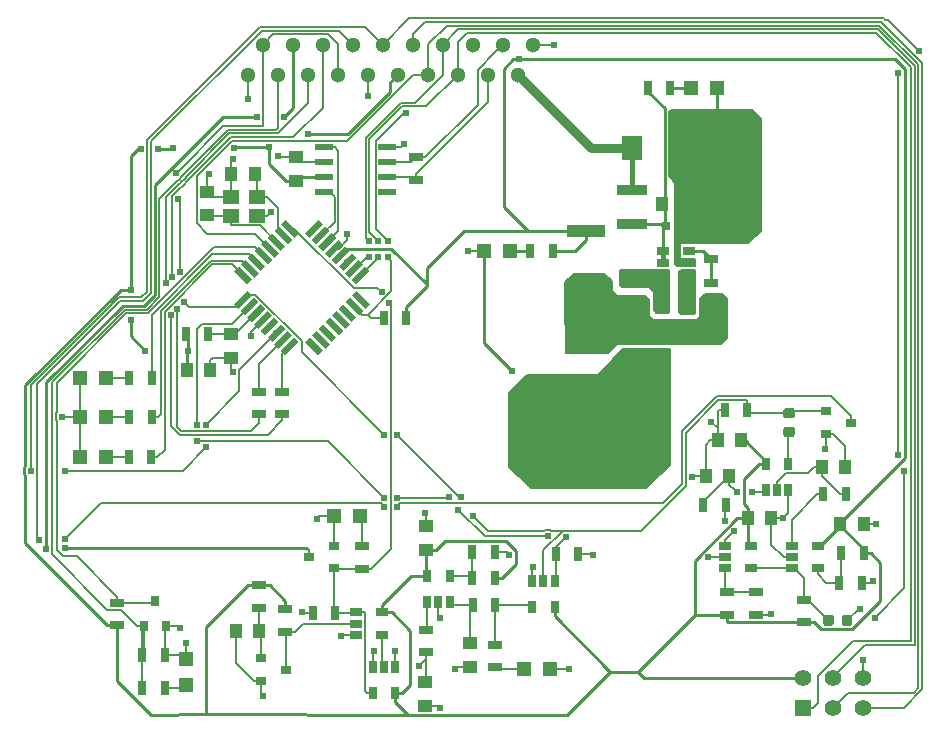
<source format=gtl>
G04 #@! TF.GenerationSoftware,KiCad,Pcbnew,(5.1.4-0-10_14)*
G04 #@! TF.CreationDate,2020-01-14T22:42:26-05:00*
G04 #@! TF.ProjectId,Brakelight_Shutdown_BSPD,4272616b-656c-4696-9768-745f53687574,rev?*
G04 #@! TF.SameCoordinates,Original*
G04 #@! TF.FileFunction,Copper,L1,Top*
G04 #@! TF.FilePolarity,Positive*
%FSLAX46Y46*%
G04 Gerber Fmt 4.6, Leading zero omitted, Abs format (unit mm)*
G04 Created by KiCad (PCBNEW (5.1.4-0-10_14)) date 2020-01-14 22:42:26*
%MOMM*%
%LPD*%
G04 APERTURE LIST*
%ADD10R,0.700000X1.300000*%
%ADD11R,1.200000X1.200000*%
%ADD12R,1.300000X0.700000*%
%ADD13R,1.550000X0.600000*%
%ADD14R,1.250000X1.000000*%
%ADD15C,0.550000*%
%ADD16C,0.100000*%
%ADD17R,1.000000X1.250000*%
%ADD18R,1.400000X1.200000*%
%ADD19R,1.400000X1.400000*%
%ADD20C,1.400000*%
%ADD21R,0.800000X0.750000*%
%ADD22R,1.060000X0.650000*%
%ADD23R,3.500000X1.780000*%
%ADD24R,2.000000X1.200000*%
%ADD25R,1.600000X1.000000*%
%ADD26R,3.200000X1.000000*%
%ADD27R,1.778000X2.159000*%
%ADD28R,2.500000X0.900000*%
%ADD29R,0.800000X0.900000*%
%ADD30R,0.650000X1.060000*%
%ADD31R,0.900000X0.800000*%
%ADD32C,1.300000*%
%ADD33C,0.875000*%
%ADD34C,0.609600*%
%ADD35C,0.800000*%
%ADD36C,0.152400*%
%ADD37C,0.254000*%
%ADD38C,0.381000*%
%ADD39C,0.250000*%
%ADD40C,0.800000*%
G04 APERTURE END LIST*
D10*
X126052500Y-77863900D03*
X127952500Y-77863900D03*
X128003300Y-74505000D03*
X126103300Y-74505000D03*
D11*
X121940100Y-71191500D03*
X124140100Y-71191500D03*
D10*
X126090600Y-71191500D03*
X127990600Y-71191500D03*
D11*
X121902000Y-77863900D03*
X124102000Y-77863900D03*
X124152800Y-74505000D03*
X121952800Y-74505000D03*
D12*
X150368000Y-54356000D03*
X150368000Y-52456000D03*
D13*
X142550784Y-51596916D03*
X142550784Y-52866916D03*
X142550784Y-54136916D03*
X142550784Y-55406916D03*
X147950784Y-55406916D03*
X147950784Y-54136916D03*
X147950784Y-52866916D03*
X147950784Y-51596916D03*
D14*
X140222000Y-54454000D03*
X140222000Y-52454000D03*
D15*
X145701103Y-62474695D03*
D16*
G36*
X146072334Y-61714555D02*
G01*
X146461243Y-62103464D01*
X145329872Y-63234835D01*
X144940963Y-62845926D01*
X146072334Y-61714555D01*
X146072334Y-61714555D01*
G37*
D15*
X145135417Y-61909010D03*
D16*
G36*
X145506648Y-61148870D02*
G01*
X145895557Y-61537779D01*
X144764186Y-62669150D01*
X144375277Y-62280241D01*
X145506648Y-61148870D01*
X145506648Y-61148870D01*
G37*
D15*
X144569732Y-61343324D03*
D16*
G36*
X144940963Y-60583184D02*
G01*
X145329872Y-60972093D01*
X144198501Y-62103464D01*
X143809592Y-61714555D01*
X144940963Y-60583184D01*
X144940963Y-60583184D01*
G37*
D15*
X144004047Y-60777639D03*
D16*
G36*
X144375278Y-60017499D02*
G01*
X144764187Y-60406408D01*
X143632816Y-61537779D01*
X143243907Y-61148870D01*
X144375278Y-60017499D01*
X144375278Y-60017499D01*
G37*
D15*
X143438361Y-60211953D03*
D16*
G36*
X143809592Y-59451813D02*
G01*
X144198501Y-59840722D01*
X143067130Y-60972093D01*
X142678221Y-60583184D01*
X143809592Y-59451813D01*
X143809592Y-59451813D01*
G37*
D15*
X142872676Y-59646268D03*
D16*
G36*
X143243907Y-58886128D02*
G01*
X143632816Y-59275037D01*
X142501445Y-60406408D01*
X142112536Y-60017499D01*
X143243907Y-58886128D01*
X143243907Y-58886128D01*
G37*
D15*
X142306990Y-59080583D03*
D16*
G36*
X142678221Y-58320443D02*
G01*
X143067130Y-58709352D01*
X141935759Y-59840723D01*
X141546850Y-59451814D01*
X142678221Y-58320443D01*
X142678221Y-58320443D01*
G37*
D15*
X141741305Y-58514897D03*
D16*
G36*
X142112536Y-57754757D02*
G01*
X142501445Y-58143666D01*
X141370074Y-59275037D01*
X140981165Y-58886128D01*
X142112536Y-57754757D01*
X142112536Y-57754757D01*
G37*
D15*
X139690695Y-58514897D03*
D16*
G36*
X138930555Y-58143666D02*
G01*
X139319464Y-57754757D01*
X140450835Y-58886128D01*
X140061926Y-59275037D01*
X138930555Y-58143666D01*
X138930555Y-58143666D01*
G37*
D15*
X139125010Y-59080583D03*
D16*
G36*
X138364870Y-58709352D02*
G01*
X138753779Y-58320443D01*
X139885150Y-59451814D01*
X139496241Y-59840723D01*
X138364870Y-58709352D01*
X138364870Y-58709352D01*
G37*
D15*
X138559324Y-59646268D03*
D16*
G36*
X137799184Y-59275037D02*
G01*
X138188093Y-58886128D01*
X139319464Y-60017499D01*
X138930555Y-60406408D01*
X137799184Y-59275037D01*
X137799184Y-59275037D01*
G37*
D15*
X137993639Y-60211953D03*
D16*
G36*
X137233499Y-59840722D02*
G01*
X137622408Y-59451813D01*
X138753779Y-60583184D01*
X138364870Y-60972093D01*
X137233499Y-59840722D01*
X137233499Y-59840722D01*
G37*
D15*
X137427953Y-60777639D03*
D16*
G36*
X136667813Y-60406408D02*
G01*
X137056722Y-60017499D01*
X138188093Y-61148870D01*
X137799184Y-61537779D01*
X136667813Y-60406408D01*
X136667813Y-60406408D01*
G37*
D15*
X136862268Y-61343324D03*
D16*
G36*
X136102128Y-60972093D02*
G01*
X136491037Y-60583184D01*
X137622408Y-61714555D01*
X137233499Y-62103464D01*
X136102128Y-60972093D01*
X136102128Y-60972093D01*
G37*
D15*
X136296583Y-61909010D03*
D16*
G36*
X135536443Y-61537779D02*
G01*
X135925352Y-61148870D01*
X137056723Y-62280241D01*
X136667814Y-62669150D01*
X135536443Y-61537779D01*
X135536443Y-61537779D01*
G37*
D15*
X135730897Y-62474695D03*
D16*
G36*
X134970757Y-62103464D02*
G01*
X135359666Y-61714555D01*
X136491037Y-62845926D01*
X136102128Y-63234835D01*
X134970757Y-62103464D01*
X134970757Y-62103464D01*
G37*
D15*
X135730897Y-64525305D03*
D16*
G36*
X136102128Y-63765165D02*
G01*
X136491037Y-64154074D01*
X135359666Y-65285445D01*
X134970757Y-64896536D01*
X136102128Y-63765165D01*
X136102128Y-63765165D01*
G37*
D15*
X136296583Y-65090990D03*
D16*
G36*
X136667814Y-64330850D02*
G01*
X137056723Y-64719759D01*
X135925352Y-65851130D01*
X135536443Y-65462221D01*
X136667814Y-64330850D01*
X136667814Y-64330850D01*
G37*
D15*
X136862268Y-65656676D03*
D16*
G36*
X137233499Y-64896536D02*
G01*
X137622408Y-65285445D01*
X136491037Y-66416816D01*
X136102128Y-66027907D01*
X137233499Y-64896536D01*
X137233499Y-64896536D01*
G37*
D15*
X137427953Y-66222361D03*
D16*
G36*
X137799184Y-65462221D02*
G01*
X138188093Y-65851130D01*
X137056722Y-66982501D01*
X136667813Y-66593592D01*
X137799184Y-65462221D01*
X137799184Y-65462221D01*
G37*
D15*
X137993639Y-66788047D03*
D16*
G36*
X138364870Y-66027907D02*
G01*
X138753779Y-66416816D01*
X137622408Y-67548187D01*
X137233499Y-67159278D01*
X138364870Y-66027907D01*
X138364870Y-66027907D01*
G37*
D15*
X138559324Y-67353732D03*
D16*
G36*
X138930555Y-66593592D02*
G01*
X139319464Y-66982501D01*
X138188093Y-68113872D01*
X137799184Y-67724963D01*
X138930555Y-66593592D01*
X138930555Y-66593592D01*
G37*
D15*
X139125010Y-67919417D03*
D16*
G36*
X139496241Y-67159277D02*
G01*
X139885150Y-67548186D01*
X138753779Y-68679557D01*
X138364870Y-68290648D01*
X139496241Y-67159277D01*
X139496241Y-67159277D01*
G37*
D15*
X139690695Y-68485103D03*
D16*
G36*
X140061926Y-67724963D02*
G01*
X140450835Y-68113872D01*
X139319464Y-69245243D01*
X138930555Y-68856334D01*
X140061926Y-67724963D01*
X140061926Y-67724963D01*
G37*
D15*
X141741305Y-68485103D03*
D16*
G36*
X140981165Y-68113872D02*
G01*
X141370074Y-67724963D01*
X142501445Y-68856334D01*
X142112536Y-69245243D01*
X140981165Y-68113872D01*
X140981165Y-68113872D01*
G37*
D15*
X142306990Y-67919417D03*
D16*
G36*
X141546850Y-67548186D02*
G01*
X141935759Y-67159277D01*
X143067130Y-68290648D01*
X142678221Y-68679557D01*
X141546850Y-67548186D01*
X141546850Y-67548186D01*
G37*
D15*
X142872676Y-67353732D03*
D16*
G36*
X142112536Y-66982501D02*
G01*
X142501445Y-66593592D01*
X143632816Y-67724963D01*
X143243907Y-68113872D01*
X142112536Y-66982501D01*
X142112536Y-66982501D01*
G37*
D15*
X143438361Y-66788047D03*
D16*
G36*
X142678221Y-66416816D02*
G01*
X143067130Y-66027907D01*
X144198501Y-67159278D01*
X143809592Y-67548187D01*
X142678221Y-66416816D01*
X142678221Y-66416816D01*
G37*
D15*
X144004047Y-66222361D03*
D16*
G36*
X143243907Y-65851130D02*
G01*
X143632816Y-65462221D01*
X144764187Y-66593592D01*
X144375278Y-66982501D01*
X143243907Y-65851130D01*
X143243907Y-65851130D01*
G37*
D15*
X144569732Y-65656676D03*
D16*
G36*
X143809592Y-65285445D02*
G01*
X144198501Y-64896536D01*
X145329872Y-66027907D01*
X144940963Y-66416816D01*
X143809592Y-65285445D01*
X143809592Y-65285445D01*
G37*
D15*
X145135417Y-65090990D03*
D16*
G36*
X144375277Y-64719759D02*
G01*
X144764186Y-64330850D01*
X145895557Y-65462221D01*
X145506648Y-65851130D01*
X144375277Y-64719759D01*
X144375277Y-64719759D01*
G37*
D15*
X145701103Y-64525305D03*
D16*
G36*
X144940963Y-64154074D02*
G01*
X145329872Y-63765165D01*
X146461243Y-64896536D01*
X146072334Y-65285445D01*
X144940963Y-64154074D01*
X144940963Y-64154074D01*
G37*
D14*
X134738000Y-69461000D03*
X134738000Y-67461000D03*
D17*
X130958934Y-70452717D03*
X132958934Y-70452717D03*
D10*
X149540000Y-66040000D03*
X147640000Y-66040000D03*
D14*
X132689600Y-55388000D03*
X132689600Y-57388000D03*
D10*
X132800434Y-67468217D03*
X130900434Y-67468217D03*
D12*
X137040116Y-74234932D03*
X137040116Y-72334932D03*
D18*
X134675143Y-57420161D03*
X136875143Y-57420161D03*
X136875143Y-55820161D03*
X134675143Y-55820161D03*
D17*
X136740343Y-53851561D03*
X134740343Y-53851561D03*
D12*
X139060674Y-72327860D03*
X139060674Y-74227860D03*
D19*
X183134000Y-99060000D03*
D20*
X183134000Y-96520000D03*
X185674000Y-99060000D03*
X185674000Y-96520000D03*
X188214000Y-99060000D03*
X188214000Y-96520000D03*
D11*
X173650500Y-46614500D03*
X175850500Y-46614500D03*
D17*
X173369500Y-64686300D03*
X171369500Y-64686300D03*
D21*
X171540000Y-58272800D03*
X173040000Y-58272800D03*
D22*
X173484700Y-62342100D03*
X173484700Y-61392100D03*
X173484700Y-60442100D03*
X171284700Y-60442100D03*
X171284700Y-62342100D03*
X171284700Y-61392100D03*
D23*
X164749500Y-67543800D03*
X164749500Y-72823800D03*
D24*
X168683960Y-62591200D03*
X168683960Y-65791200D03*
D25*
X171099500Y-67162800D03*
X171099500Y-70162800D03*
D26*
X164744420Y-64942700D03*
X164744420Y-58742700D03*
D12*
X175371780Y-65008920D03*
X175371780Y-63108920D03*
D10*
X161950500Y-60414500D03*
X160050500Y-60414500D03*
D14*
X168750000Y-67686800D03*
X168750000Y-69686800D03*
D10*
X170000500Y-46614500D03*
X171900500Y-46614500D03*
D11*
X158300500Y-60414500D03*
X156100500Y-60414500D03*
D12*
X175387020Y-59222720D03*
X175387020Y-61122720D03*
D27*
X172687000Y-51668800D03*
X168623000Y-51668800D03*
D17*
X171199320Y-56466860D03*
X173199320Y-56466860D03*
D28*
X168623000Y-55235300D03*
X168623000Y-58135300D03*
D10*
X127180000Y-94633000D03*
X129080000Y-94633000D03*
D29*
X128257000Y-90027000D03*
X129207000Y-92127000D03*
X127307000Y-92127000D03*
D11*
X130924000Y-94930000D03*
X130924000Y-97130000D03*
D10*
X129080000Y-97427000D03*
X127180000Y-97427000D03*
D12*
X125082000Y-90188000D03*
X125082000Y-92088000D03*
X157068500Y-93728500D03*
X157068500Y-95628500D03*
D30*
X148620500Y-97810500D03*
X146720500Y-97810500D03*
X146720500Y-95610500D03*
X147670500Y-95610500D03*
X148620500Y-95610500D03*
D10*
X143540500Y-91059000D03*
X141640500Y-91059000D03*
D11*
X161681500Y-95758000D03*
X159481500Y-95758000D03*
D14*
X151163000Y-96917000D03*
X151163000Y-98917000D03*
D31*
X141350000Y-86296500D03*
X143450000Y-85346500D03*
X143450000Y-87246500D03*
D11*
X145659000Y-82867500D03*
X143459000Y-82867500D03*
D10*
X162214500Y-86042500D03*
X164114500Y-86042500D03*
X155163500Y-90360500D03*
X157063500Y-90360500D03*
X157027900Y-88074500D03*
X155127900Y-88074500D03*
D12*
X151188400Y-94396600D03*
X151188400Y-92496600D03*
X137066000Y-88712000D03*
X137066000Y-90612000D03*
D10*
X155125400Y-85915500D03*
X157025400Y-85915500D03*
D30*
X162107900Y-90546100D03*
X160207900Y-90546100D03*
X160207900Y-88346100D03*
X161157900Y-88346100D03*
X162107900Y-88346100D03*
D31*
X137247900Y-94909600D03*
X137247900Y-96809600D03*
X139347900Y-95859600D03*
D22*
X145321000Y-91000500D03*
X145321000Y-91950500D03*
X145321000Y-92900500D03*
X147521000Y-92900500D03*
X147521000Y-91000500D03*
D14*
X151226500Y-83725000D03*
X151226500Y-85725000D03*
X154973000Y-93615000D03*
X154973000Y-95615000D03*
D17*
X137113500Y-92583000D03*
X135113500Y-92583000D03*
D30*
X151317900Y-87965100D03*
X153217900Y-87965100D03*
X153217900Y-90165100D03*
X152267900Y-90165100D03*
X151317900Y-90165100D03*
D12*
X145765500Y-87312500D03*
X145765500Y-85412500D03*
X139288500Y-90744000D03*
X139288500Y-92644000D03*
D32*
X155194000Y-42934000D03*
X157734000Y-42934000D03*
X160274000Y-42934000D03*
X152654000Y-42934000D03*
X159004000Y-45474000D03*
X156464000Y-45474000D03*
X153924000Y-45474000D03*
X151384000Y-45474000D03*
X150114000Y-42934000D03*
X148844000Y-45474000D03*
X147574000Y-42934000D03*
X146304000Y-45474000D03*
X145034000Y-42934000D03*
X143764000Y-45474000D03*
X142494000Y-42934000D03*
X141224000Y-45474000D03*
X139954000Y-42934000D03*
X138684000Y-45474000D03*
X137414000Y-42934000D03*
X136144000Y-45474000D03*
D10*
X176592000Y-81932000D03*
X174692000Y-81932000D03*
D17*
X175912000Y-76434000D03*
X177912000Y-76434000D03*
X180452000Y-83038000D03*
X178452000Y-83038000D03*
X186310000Y-83546000D03*
X188310000Y-83546000D03*
D16*
G36*
X187109191Y-91200053D02*
G01*
X187130426Y-91203203D01*
X187151250Y-91208419D01*
X187171462Y-91215651D01*
X187190868Y-91224830D01*
X187209281Y-91235866D01*
X187226524Y-91248654D01*
X187242430Y-91263070D01*
X187256846Y-91278976D01*
X187269634Y-91296219D01*
X187280670Y-91314632D01*
X187289849Y-91334038D01*
X187297081Y-91354250D01*
X187302297Y-91375074D01*
X187305447Y-91396309D01*
X187306500Y-91417750D01*
X187306500Y-91930250D01*
X187305447Y-91951691D01*
X187302297Y-91972926D01*
X187297081Y-91993750D01*
X187289849Y-92013962D01*
X187280670Y-92033368D01*
X187269634Y-92051781D01*
X187256846Y-92069024D01*
X187242430Y-92084930D01*
X187226524Y-92099346D01*
X187209281Y-92112134D01*
X187190868Y-92123170D01*
X187171462Y-92132349D01*
X187151250Y-92139581D01*
X187130426Y-92144797D01*
X187109191Y-92147947D01*
X187087750Y-92149000D01*
X186650250Y-92149000D01*
X186628809Y-92147947D01*
X186607574Y-92144797D01*
X186586750Y-92139581D01*
X186566538Y-92132349D01*
X186547132Y-92123170D01*
X186528719Y-92112134D01*
X186511476Y-92099346D01*
X186495570Y-92084930D01*
X186481154Y-92069024D01*
X186468366Y-92051781D01*
X186457330Y-92033368D01*
X186448151Y-92013962D01*
X186440919Y-91993750D01*
X186435703Y-91972926D01*
X186432553Y-91951691D01*
X186431500Y-91930250D01*
X186431500Y-91417750D01*
X186432553Y-91396309D01*
X186435703Y-91375074D01*
X186440919Y-91354250D01*
X186448151Y-91334038D01*
X186457330Y-91314632D01*
X186468366Y-91296219D01*
X186481154Y-91278976D01*
X186495570Y-91263070D01*
X186511476Y-91248654D01*
X186528719Y-91235866D01*
X186547132Y-91224830D01*
X186566538Y-91215651D01*
X186586750Y-91208419D01*
X186607574Y-91203203D01*
X186628809Y-91200053D01*
X186650250Y-91199000D01*
X187087750Y-91199000D01*
X187109191Y-91200053D01*
X187109191Y-91200053D01*
G37*
D33*
X186869000Y-91674000D03*
D16*
G36*
X185534191Y-91200053D02*
G01*
X185555426Y-91203203D01*
X185576250Y-91208419D01*
X185596462Y-91215651D01*
X185615868Y-91224830D01*
X185634281Y-91235866D01*
X185651524Y-91248654D01*
X185667430Y-91263070D01*
X185681846Y-91278976D01*
X185694634Y-91296219D01*
X185705670Y-91314632D01*
X185714849Y-91334038D01*
X185722081Y-91354250D01*
X185727297Y-91375074D01*
X185730447Y-91396309D01*
X185731500Y-91417750D01*
X185731500Y-91930250D01*
X185730447Y-91951691D01*
X185727297Y-91972926D01*
X185722081Y-91993750D01*
X185714849Y-92013962D01*
X185705670Y-92033368D01*
X185694634Y-92051781D01*
X185681846Y-92069024D01*
X185667430Y-92084930D01*
X185651524Y-92099346D01*
X185634281Y-92112134D01*
X185615868Y-92123170D01*
X185596462Y-92132349D01*
X185576250Y-92139581D01*
X185555426Y-92144797D01*
X185534191Y-92147947D01*
X185512750Y-92149000D01*
X185075250Y-92149000D01*
X185053809Y-92147947D01*
X185032574Y-92144797D01*
X185011750Y-92139581D01*
X184991538Y-92132349D01*
X184972132Y-92123170D01*
X184953719Y-92112134D01*
X184936476Y-92099346D01*
X184920570Y-92084930D01*
X184906154Y-92069024D01*
X184893366Y-92051781D01*
X184882330Y-92033368D01*
X184873151Y-92013962D01*
X184865919Y-91993750D01*
X184860703Y-91972926D01*
X184857553Y-91951691D01*
X184856500Y-91930250D01*
X184856500Y-91417750D01*
X184857553Y-91396309D01*
X184860703Y-91375074D01*
X184865919Y-91354250D01*
X184873151Y-91334038D01*
X184882330Y-91314632D01*
X184893366Y-91296219D01*
X184906154Y-91278976D01*
X184920570Y-91263070D01*
X184936476Y-91248654D01*
X184953719Y-91235866D01*
X184972132Y-91224830D01*
X184991538Y-91215651D01*
X185011750Y-91208419D01*
X185032574Y-91203203D01*
X185053809Y-91200053D01*
X185075250Y-91199000D01*
X185512750Y-91199000D01*
X185534191Y-91200053D01*
X185534191Y-91200053D01*
G37*
D33*
X185294000Y-91674000D03*
D22*
X176574000Y-85390000D03*
X176574000Y-86340000D03*
X176574000Y-87290000D03*
X178774000Y-87290000D03*
X178774000Y-85390000D03*
D17*
X174896000Y-79432000D03*
X176896000Y-79432000D03*
D10*
X188117400Y-88491300D03*
X186217400Y-88491300D03*
D22*
X182193900Y-85390000D03*
X182193900Y-86340000D03*
X182193900Y-87290000D03*
X184393900Y-87290000D03*
X184393900Y-85390000D03*
D17*
X186710000Y-78670000D03*
X184710000Y-78670000D03*
D10*
X188276000Y-86014800D03*
X186376000Y-86014800D03*
D16*
G36*
X182233691Y-73708053D02*
G01*
X182254926Y-73711203D01*
X182275750Y-73716419D01*
X182295962Y-73723651D01*
X182315368Y-73732830D01*
X182333781Y-73743866D01*
X182351024Y-73756654D01*
X182366930Y-73771070D01*
X182381346Y-73786976D01*
X182394134Y-73804219D01*
X182405170Y-73822632D01*
X182414349Y-73842038D01*
X182421581Y-73862250D01*
X182426797Y-73883074D01*
X182429947Y-73904309D01*
X182431000Y-73925750D01*
X182431000Y-74363250D01*
X182429947Y-74384691D01*
X182426797Y-74405926D01*
X182421581Y-74426750D01*
X182414349Y-74446962D01*
X182405170Y-74466368D01*
X182394134Y-74484781D01*
X182381346Y-74502024D01*
X182366930Y-74517930D01*
X182351024Y-74532346D01*
X182333781Y-74545134D01*
X182315368Y-74556170D01*
X182295962Y-74565349D01*
X182275750Y-74572581D01*
X182254926Y-74577797D01*
X182233691Y-74580947D01*
X182212250Y-74582000D01*
X181699750Y-74582000D01*
X181678309Y-74580947D01*
X181657074Y-74577797D01*
X181636250Y-74572581D01*
X181616038Y-74565349D01*
X181596632Y-74556170D01*
X181578219Y-74545134D01*
X181560976Y-74532346D01*
X181545070Y-74517930D01*
X181530654Y-74502024D01*
X181517866Y-74484781D01*
X181506830Y-74466368D01*
X181497651Y-74446962D01*
X181490419Y-74426750D01*
X181485203Y-74405926D01*
X181482053Y-74384691D01*
X181481000Y-74363250D01*
X181481000Y-73925750D01*
X181482053Y-73904309D01*
X181485203Y-73883074D01*
X181490419Y-73862250D01*
X181497651Y-73842038D01*
X181506830Y-73822632D01*
X181517866Y-73804219D01*
X181530654Y-73786976D01*
X181545070Y-73771070D01*
X181560976Y-73756654D01*
X181578219Y-73743866D01*
X181596632Y-73732830D01*
X181616038Y-73723651D01*
X181636250Y-73716419D01*
X181657074Y-73711203D01*
X181678309Y-73708053D01*
X181699750Y-73707000D01*
X182212250Y-73707000D01*
X182233691Y-73708053D01*
X182233691Y-73708053D01*
G37*
D33*
X181956000Y-74144500D03*
D16*
G36*
X182233691Y-75283053D02*
G01*
X182254926Y-75286203D01*
X182275750Y-75291419D01*
X182295962Y-75298651D01*
X182315368Y-75307830D01*
X182333781Y-75318866D01*
X182351024Y-75331654D01*
X182366930Y-75346070D01*
X182381346Y-75361976D01*
X182394134Y-75379219D01*
X182405170Y-75397632D01*
X182414349Y-75417038D01*
X182421581Y-75437250D01*
X182426797Y-75458074D01*
X182429947Y-75479309D01*
X182431000Y-75500750D01*
X182431000Y-75938250D01*
X182429947Y-75959691D01*
X182426797Y-75980926D01*
X182421581Y-76001750D01*
X182414349Y-76021962D01*
X182405170Y-76041368D01*
X182394134Y-76059781D01*
X182381346Y-76077024D01*
X182366930Y-76092930D01*
X182351024Y-76107346D01*
X182333781Y-76120134D01*
X182315368Y-76131170D01*
X182295962Y-76140349D01*
X182275750Y-76147581D01*
X182254926Y-76152797D01*
X182233691Y-76155947D01*
X182212250Y-76157000D01*
X181699750Y-76157000D01*
X181678309Y-76155947D01*
X181657074Y-76152797D01*
X181636250Y-76147581D01*
X181616038Y-76140349D01*
X181596632Y-76131170D01*
X181578219Y-76120134D01*
X181560976Y-76107346D01*
X181545070Y-76092930D01*
X181530654Y-76077024D01*
X181517866Y-76059781D01*
X181506830Y-76041368D01*
X181497651Y-76021962D01*
X181490419Y-76001750D01*
X181485203Y-75980926D01*
X181482053Y-75959691D01*
X181481000Y-75938250D01*
X181481000Y-75500750D01*
X181482053Y-75479309D01*
X181485203Y-75458074D01*
X181490419Y-75437250D01*
X181497651Y-75417038D01*
X181506830Y-75397632D01*
X181517866Y-75379219D01*
X181530654Y-75361976D01*
X181545070Y-75346070D01*
X181560976Y-75331654D01*
X181578219Y-75318866D01*
X181596632Y-75307830D01*
X181616038Y-75298651D01*
X181636250Y-75291419D01*
X181657074Y-75286203D01*
X181678309Y-75283053D01*
X181699750Y-75282000D01*
X182212250Y-75282000D01*
X182233691Y-75283053D01*
X182233691Y-75283053D01*
G37*
D33*
X181956000Y-75719500D03*
D31*
X185106000Y-73982000D03*
X185106000Y-75882000D03*
X187206000Y-74932000D03*
D12*
X176661800Y-89297600D03*
X176661800Y-91197600D03*
D30*
X180006000Y-78450500D03*
X181906000Y-78450500D03*
X181906000Y-80650500D03*
X180956000Y-80650500D03*
X180006000Y-80650500D03*
D10*
X176506000Y-73894000D03*
X178406000Y-73894000D03*
D12*
X183206000Y-89962000D03*
X183206000Y-91862000D03*
D10*
X184852000Y-81006000D03*
X186752000Y-81006000D03*
D12*
X179138300Y-89300100D03*
X179138300Y-91200100D03*
D34*
X180468000Y-91166000D03*
X181484000Y-83038000D03*
X189358000Y-83546000D03*
X189104000Y-88372000D03*
X185040000Y-77196000D03*
X175134000Y-86340000D03*
X175388000Y-74910000D03*
X130358000Y-92296000D03*
X130866000Y-93566000D03*
D35*
X165950920Y-77734280D03*
X173441380Y-49390420D03*
X178145460Y-58420120D03*
X178120060Y-52621300D03*
D34*
X158526500Y-70604500D03*
D35*
X159760940Y-74869160D03*
X178120060Y-49466620D03*
D34*
X154780000Y-60381000D03*
D35*
X163215340Y-77734280D03*
X178158160Y-55590560D03*
X161114760Y-77734280D03*
X169285940Y-77698720D03*
X176321740Y-49403120D03*
D34*
X162052000Y-42934000D03*
X146304000Y-47244000D03*
X134874000Y-70612000D03*
X149352000Y-51308000D03*
X138684000Y-52324000D03*
X144526000Y-58928000D03*
X120396000Y-74422000D03*
X136144000Y-47498000D03*
X132842000Y-53848000D03*
X136398000Y-67564000D03*
X160274000Y-87122000D03*
X158242000Y-86106000D03*
X165354000Y-86106000D03*
X163322000Y-95758000D03*
X141986000Y-83058000D03*
X151130000Y-82550000D03*
X152400000Y-91440000D03*
X153670000Y-95758000D03*
X146812000Y-94234000D03*
X144018000Y-92964000D03*
X140716000Y-90932000D03*
X137414000Y-98044000D03*
X134874000Y-52578000D03*
X173736000Y-79502000D03*
X152400000Y-99060000D03*
X188200000Y-95000000D03*
X138112500Y-57086500D03*
X126238000Y-63678506D03*
X126238000Y-66218544D03*
X127457200Y-68834000D03*
X131064000Y-68834000D03*
X141224000Y-50534915D03*
X137922000Y-51601715D03*
X134963597Y-51691312D03*
X129794000Y-51689000D03*
X128524000Y-51752500D03*
X127063470Y-51752500D03*
X159054800Y-44145200D03*
X147167600Y-60909200D03*
X147167600Y-59587391D03*
X150622000Y-95504000D03*
X148590000Y-94234000D03*
X146406035Y-60883108D03*
X146405600Y-59594979D03*
X147980400Y-60909200D03*
X147980406Y-59588400D03*
X149525971Y-48691810D03*
X150114000Y-42934000D03*
X178816000Y-80772000D03*
X177546000Y-80772000D03*
X130729237Y-64689237D03*
X130358029Y-62196962D03*
X130235046Y-56027921D03*
X147685201Y-75946000D03*
X148752001Y-75946000D03*
X154178000Y-81203801D03*
X153924000Y-82296000D03*
X161526588Y-84564588D03*
X163068000Y-84607400D03*
X130044895Y-53844895D03*
X189230000Y-91440000D03*
X187960000Y-90678000D03*
X132588003Y-75107790D03*
X132588000Y-77012800D03*
X191700000Y-79000000D03*
X191200000Y-77700000D03*
X191200000Y-45300000D03*
X117767090Y-78994000D03*
X120675410Y-78994006D03*
X192989200Y-43484800D03*
X131826000Y-75107790D03*
X131826000Y-76479400D03*
X147685201Y-81280000D03*
X148752001Y-81280000D03*
X153162000Y-81203801D03*
X155194000Y-82804000D03*
X147685201Y-82042000D03*
X148752001Y-82042000D03*
X118440179Y-84836000D03*
X120675410Y-84779851D03*
X130139832Y-65278643D03*
X129701646Y-62584012D03*
X139217400Y-49022000D03*
X136880600Y-49022000D03*
X119024389Y-85598000D03*
X120675410Y-85541862D03*
X177326783Y-84108783D03*
X176500599Y-83282599D03*
X148082000Y-64770000D03*
X147450829Y-63884829D03*
X129616210Y-65832237D03*
X129162829Y-63122829D03*
D36*
X179138300Y-91200100D02*
X180433900Y-91200100D01*
X180433900Y-91200100D02*
X180468000Y-91166000D01*
X180452000Y-83038000D02*
X181484000Y-83038000D01*
X188310000Y-83546000D02*
X189358000Y-83546000D01*
X188117400Y-88491300D02*
X188984700Y-88491300D01*
X188984700Y-88491300D02*
X189104000Y-88372000D01*
X181906000Y-82616000D02*
X181484000Y-83038000D01*
X181906000Y-80650500D02*
X181906000Y-82616000D01*
X180452000Y-83815400D02*
X180452000Y-83038000D01*
X181511500Y-86340000D02*
X180452000Y-85280500D01*
X180452000Y-85280500D02*
X180452000Y-83815400D01*
X182193900Y-86340000D02*
X181511500Y-86340000D01*
X186710000Y-77892600D02*
X186710000Y-78670000D01*
X186710000Y-76883600D02*
X186710000Y-77892600D01*
X185708400Y-75882000D02*
X186710000Y-76883600D01*
X185106000Y-75882000D02*
X185708400Y-75882000D01*
X185106000Y-75882000D02*
X185106000Y-77130000D01*
X185106000Y-77130000D02*
X185040000Y-77196000D01*
X176574000Y-86340000D02*
X175134000Y-86340000D01*
X175259600Y-76434000D02*
X175912000Y-76434000D01*
X174896000Y-76797600D02*
X175259600Y-76434000D01*
X174896000Y-79432000D02*
X174896000Y-76797600D01*
X176003600Y-73894000D02*
X176506000Y-73894000D01*
X175912000Y-73985600D02*
X176003600Y-73894000D01*
X175912000Y-76434000D02*
X175912000Y-73985600D01*
X175912000Y-76434000D02*
X175912000Y-75434000D01*
X175912000Y-75434000D02*
X175388000Y-74910000D01*
X130627000Y-94633000D02*
X130924000Y-94930000D01*
X129080000Y-94633000D02*
X130627000Y-94633000D01*
X129080000Y-92254000D02*
X129207000Y-92127000D01*
X129080000Y-94633000D02*
X129080000Y-92254000D01*
X129207000Y-92127000D02*
X130189000Y-92127000D01*
X130189000Y-92127000D02*
X130358000Y-92296000D01*
X130924000Y-94930000D02*
X130924000Y-93624000D01*
X130924000Y-93624000D02*
X130866000Y-93566000D01*
X156337500Y-60414500D02*
X156304000Y-60381000D01*
D37*
X169226000Y-70162800D02*
X168750000Y-69686800D01*
D38*
X173441380Y-50914420D02*
X172687000Y-51668800D01*
D37*
X175387020Y-59222720D02*
X174114920Y-59222720D01*
X172986820Y-56466860D02*
X172986820Y-57969620D01*
X174114920Y-59222720D02*
X173290000Y-58397800D01*
X177342860Y-59222720D02*
X178145460Y-58420120D01*
D36*
X172687000Y-51478300D02*
X172687000Y-51668800D01*
D37*
X165488000Y-72823800D02*
X164749500Y-72823800D01*
X172675299Y-61366699D02*
X172700700Y-61392100D01*
X175387020Y-59222720D02*
X177342860Y-59222720D01*
X168750000Y-69686800D02*
X168625000Y-69686800D01*
X172687000Y-51668800D02*
X172687000Y-50144800D01*
X168625000Y-69686800D02*
X165488000Y-72823800D01*
D39*
X161114760Y-77734280D02*
X161013160Y-77835880D01*
D37*
X172986820Y-57969620D02*
X173290000Y-58272800D01*
X172687000Y-50144800D02*
X173441380Y-49390420D01*
X172675299Y-59766501D02*
X172675299Y-61366699D01*
X173290000Y-59151800D02*
X172675299Y-59766501D01*
X156100500Y-60414500D02*
X156100500Y-63083860D01*
X156100500Y-68178500D02*
X158526500Y-70604500D01*
D36*
X156100500Y-60414500D02*
X154813500Y-60414500D01*
D37*
X156100500Y-63083860D02*
X156100500Y-68178500D01*
X173290000Y-58397800D02*
X173290000Y-58272800D01*
X164749500Y-72823800D02*
X164749500Y-76532860D01*
X173290000Y-58272800D02*
X173290000Y-59151800D01*
X164749500Y-76532860D02*
X165950920Y-77734280D01*
D38*
X176385240Y-49466620D02*
X176321740Y-49403120D01*
D37*
X172700700Y-61392100D02*
X173484700Y-61392100D01*
X175850500Y-48931880D02*
X176321740Y-49403120D01*
X171099500Y-70162800D02*
X169226000Y-70162800D01*
X175850500Y-46614500D02*
X175850500Y-48931880D01*
D38*
X178158160Y-52659400D02*
X178120060Y-52621300D01*
D36*
X160274000Y-42934000D02*
X162052000Y-42934000D01*
X146304000Y-45474000D02*
X146304000Y-47244000D01*
X134775143Y-55820161D02*
X134675143Y-55820161D01*
X136875143Y-57420161D02*
X136375143Y-57420161D01*
X133121761Y-55820161D02*
X132689600Y-55388000D01*
X134675143Y-55820161D02*
X133121761Y-55820161D01*
X134675143Y-53916761D02*
X134740343Y-53851561D01*
X134675143Y-55820161D02*
X134675143Y-53916761D01*
X133173251Y-69461000D02*
X133960600Y-69461000D01*
X132958934Y-69675317D02*
X133173251Y-69461000D01*
X133960600Y-69461000D02*
X134738000Y-69461000D01*
X132958934Y-70452717D02*
X132958934Y-69675317D01*
X134738000Y-69461000D02*
X134738000Y-70476000D01*
X134738000Y-70476000D02*
X134874000Y-70612000D01*
X140634916Y-52866916D02*
X140222000Y-52454000D01*
X147950784Y-51596916D02*
X149063084Y-51596916D01*
X140222000Y-52454000D02*
X138814000Y-52454000D01*
X142550784Y-52866916D02*
X140634916Y-52866916D01*
X149063084Y-51596916D02*
X149352000Y-51308000D01*
X138814000Y-52454000D02*
X138684000Y-52324000D01*
X143438361Y-60211953D02*
X143827270Y-60211953D01*
X144526000Y-59513223D02*
X144526000Y-58928000D01*
X143827270Y-60211953D02*
X144526000Y-59513223D01*
X121902000Y-74555800D02*
X121952800Y-74505000D01*
X121902000Y-77863900D02*
X121902000Y-74555800D01*
X121952800Y-71204200D02*
X121940100Y-71191500D01*
X121952800Y-74505000D02*
X121952800Y-71204200D01*
X121952800Y-74505000D02*
X120479000Y-74505000D01*
X136144000Y-45474000D02*
X136144000Y-47498000D01*
X132689600Y-55388000D02*
X132689600Y-54000400D01*
X132689600Y-54000400D02*
X132842000Y-53848000D01*
X160207900Y-88346100D02*
X160207900Y-87188100D01*
X160207900Y-87188100D02*
X160274000Y-87122000D01*
X157025400Y-85915500D02*
X158051500Y-85915500D01*
X158051500Y-85915500D02*
X158242000Y-86106000D01*
X164114500Y-86042500D02*
X165290500Y-86042500D01*
X165290500Y-86042500D02*
X165354000Y-86106000D01*
X161681500Y-95758000D02*
X163322000Y-95758000D01*
X143459000Y-85337500D02*
X143450000Y-85346500D01*
X143459000Y-82867500D02*
X143459000Y-85337500D01*
X143459000Y-82867500D02*
X142176500Y-82867500D01*
X142176500Y-82867500D02*
X141986000Y-83058000D01*
X151226500Y-83725000D02*
X151226500Y-82646500D01*
X151226500Y-82646500D02*
X151130000Y-82550000D01*
X152267900Y-90165100D02*
X152267900Y-91307900D01*
X152267900Y-91307900D02*
X152400000Y-91440000D01*
X154973000Y-95615000D02*
X153813000Y-95615000D01*
X153813000Y-95615000D02*
X153670000Y-95758000D01*
X146720500Y-95610500D02*
X146720500Y-94325500D01*
X146720500Y-94325500D02*
X146812000Y-94234000D01*
X145321000Y-92900500D02*
X144081500Y-92900500D01*
X144081500Y-92900500D02*
X144018000Y-92964000D01*
X141640500Y-91059000D02*
X140843000Y-91059000D01*
X140843000Y-91059000D02*
X140716000Y-90932000D01*
X135113500Y-93360400D02*
X135113500Y-92583000D01*
X135113500Y-95277600D02*
X135113500Y-93360400D01*
X136645500Y-96809600D02*
X135113500Y-95277600D01*
X137247900Y-96809600D02*
X136645500Y-96809600D01*
X137247900Y-96809600D02*
X137247900Y-97877900D01*
X137247900Y-97877900D02*
X137414000Y-98044000D01*
X134740343Y-53851561D02*
X134740343Y-52711657D01*
X134740343Y-52711657D02*
X134874000Y-52578000D01*
X174896000Y-79432000D02*
X173806000Y-79432000D01*
X173806000Y-79432000D02*
X173736000Y-79502000D01*
X151163000Y-98917000D02*
X152257000Y-98917000D01*
X152257000Y-98917000D02*
X152400000Y-99060000D01*
X188214000Y-96520000D02*
X188214000Y-95014000D01*
X188214000Y-95014000D02*
X188200000Y-95000000D01*
X136398000Y-67252314D02*
X136398000Y-67564000D01*
X137427953Y-66222361D02*
X136398000Y-67252314D01*
X137778839Y-57420161D02*
X138112500Y-57086500D01*
X136875143Y-57420161D02*
X137778839Y-57420161D01*
D37*
X178194500Y-76434000D02*
X177912000Y-76434000D01*
X180006000Y-78245500D02*
X178194500Y-76434000D01*
X180006000Y-78450500D02*
X180006000Y-78245500D01*
X178452000Y-85068000D02*
X178774000Y-85390000D01*
X178452000Y-83038000D02*
X178452000Y-85068000D01*
X186310000Y-83678900D02*
X186310000Y-83546000D01*
X184598900Y-85390000D02*
X186310000Y-83678900D01*
X184393900Y-85390000D02*
X184598900Y-85390000D01*
X188276000Y-85637000D02*
X188276000Y-86014800D01*
X186310000Y-83671000D02*
X188276000Y-85637000D01*
X186310000Y-83546000D02*
X186310000Y-83671000D01*
X176722200Y-91862000D02*
X176661800Y-91801600D01*
X176661800Y-91801600D02*
X176661800Y-91197600D01*
X183206000Y-91862000D02*
X176722200Y-91862000D01*
X164744420Y-58742700D02*
X164744420Y-59496700D01*
X164744420Y-59496700D02*
X163826620Y-60414500D01*
X163826620Y-60414500D02*
X162554500Y-60414500D01*
X161950500Y-60114500D02*
X161950500Y-60414500D01*
X162554500Y-60414500D02*
X161950500Y-60414500D01*
X130958934Y-67526717D02*
X130900434Y-67468217D01*
X142515868Y-54102000D02*
X142550784Y-54136916D01*
X140539084Y-54136916D02*
X140222000Y-54454000D01*
X142550784Y-54136916D02*
X140539084Y-54136916D01*
X137970000Y-88712000D02*
X137066000Y-88712000D01*
X139288500Y-90030500D02*
X137970000Y-88712000D01*
X139288500Y-90744000D02*
X139288500Y-90030500D01*
X150738900Y-87965100D02*
X151317900Y-87965100D01*
X149977400Y-87965100D02*
X150738900Y-87965100D01*
X147521000Y-90421500D02*
X149977400Y-87965100D01*
X147521000Y-91000500D02*
X147521000Y-90421500D01*
X151226500Y-87873700D02*
X151317900Y-87965100D01*
X151226500Y-85725000D02*
X151226500Y-87873700D01*
X152105500Y-85725000D02*
X151226500Y-85725000D01*
X152844401Y-84986099D02*
X152105500Y-85725000D01*
X157986717Y-84986099D02*
X152844401Y-84986099D01*
X158826201Y-85825583D02*
X157986717Y-84986099D01*
X158826201Y-86880199D02*
X158826201Y-85825583D01*
X157631900Y-88074500D02*
X158826201Y-86880199D01*
X157027900Y-88074500D02*
X157631900Y-88074500D01*
X162107900Y-90546100D02*
X162107900Y-91330100D01*
X162107900Y-91330100D02*
X166801400Y-96023600D01*
X189688201Y-86823001D02*
X188880000Y-86014800D01*
X189688201Y-90034305D02*
X189688201Y-86823001D01*
X184676410Y-92428410D02*
X187294096Y-92428410D01*
X187294096Y-92428410D02*
X189688201Y-90034305D01*
X184110000Y-91862000D02*
X184676410Y-92428410D01*
X188880000Y-86014800D02*
X188276000Y-86014800D01*
X183206000Y-91862000D02*
X184110000Y-91862000D01*
X149540000Y-65136000D02*
X149540000Y-66040000D01*
X164744420Y-58742700D02*
X154409300Y-58742700D01*
X179427000Y-78450500D02*
X180006000Y-78450500D01*
X178130201Y-81837201D02*
X178130201Y-79747299D01*
X178452000Y-82159000D02*
X178130201Y-81837201D01*
X178130201Y-79747299D02*
X179427000Y-78450500D01*
X178452000Y-83038000D02*
X178452000Y-82159000D01*
X177571382Y-83038000D02*
X173990000Y-86619382D01*
X178452000Y-83038000D02*
X177571382Y-83038000D01*
X163128599Y-99696401D02*
X166801400Y-96023600D01*
X149722401Y-99696401D02*
X163128599Y-99696401D01*
X148620500Y-98594500D02*
X149722401Y-99696401D01*
X148620500Y-97810500D02*
X148620500Y-98594500D01*
X125082000Y-96831922D02*
X127946479Y-99696401D01*
X125082000Y-92088000D02*
X125082000Y-96831922D01*
X149199500Y-97810500D02*
X149860000Y-97150000D01*
X148620500Y-97810500D02*
X149199500Y-97810500D01*
X148305000Y-91000500D02*
X147521000Y-91000500D01*
X149860000Y-92555500D02*
X148305000Y-91000500D01*
X149860000Y-97150000D02*
X149860000Y-92555500D01*
X132588000Y-92286000D02*
X132588000Y-99568000D01*
X137066000Y-88712000D02*
X136162000Y-88712000D01*
X136162000Y-88712000D02*
X132588000Y-92286000D01*
X127946479Y-99696401D02*
X132588000Y-99568000D01*
X132588000Y-99568000D02*
X149722401Y-99696401D01*
X151280000Y-63396000D02*
X149540000Y-65136000D01*
X126238000Y-66218544D02*
X126238000Y-67614800D01*
X126238000Y-67614800D02*
X127457200Y-68834000D01*
X130958934Y-68939066D02*
X131064000Y-68834000D01*
X130958934Y-70452717D02*
X130958934Y-68939066D01*
X131064000Y-67631783D02*
X130900434Y-67468217D01*
X131064000Y-68834000D02*
X131064000Y-67631783D01*
X144580507Y-50534915D02*
X141224000Y-50534915D01*
X148194001Y-46921421D02*
X144580507Y-50534915D01*
X148844000Y-45474000D02*
X148194001Y-46123999D01*
X148194001Y-46123999D02*
X148194001Y-46921421D01*
X139343000Y-54454000D02*
X140222000Y-54454000D01*
X137922000Y-53033000D02*
X139343000Y-54454000D01*
X137922000Y-51601715D02*
X137922000Y-53033000D01*
X137922000Y-51601715D02*
X135053194Y-51601715D01*
X135053194Y-51601715D02*
X134963597Y-51691312D01*
X173990000Y-91186000D02*
X176661800Y-91197600D01*
X173990000Y-86619382D02*
X173990000Y-91186000D01*
X151280000Y-61872000D02*
X154409300Y-58742700D01*
X151280000Y-63396000D02*
X151280000Y-61872000D01*
X169152400Y-96023600D02*
X173990000Y-91186000D01*
X166801400Y-96023600D02*
X169152400Y-96023600D01*
X169648800Y-96520000D02*
X169152400Y-96023600D01*
X183134000Y-96520000D02*
X169648800Y-96520000D01*
X126809500Y-51752500D02*
X127063470Y-51752500D01*
X126238000Y-63678506D02*
X126238000Y-52324000D01*
X126238000Y-52324000D02*
X126809500Y-51752500D01*
X128556125Y-51784625D02*
X128524000Y-51752500D01*
X129730500Y-51752500D02*
X129794000Y-51689000D01*
X128524000Y-51752500D02*
X129730500Y-51752500D01*
X117246399Y-85156399D02*
X117246399Y-85115399D01*
X125082000Y-92088000D02*
X124178000Y-92088000D01*
X124178000Y-92088000D02*
X117246399Y-85156399D01*
X125360440Y-63678506D02*
X125806948Y-63678506D01*
X117246399Y-79337929D02*
X117182888Y-79274418D01*
X125806948Y-63678506D02*
X126238000Y-63678506D01*
X117246399Y-85156399D02*
X117246399Y-79337929D01*
X117182888Y-79274418D02*
X117182888Y-78713582D01*
X117182888Y-78713582D02*
X117246399Y-78650071D01*
X117246399Y-78650071D02*
X117246399Y-71792547D01*
X117246399Y-71792547D02*
X125360440Y-63678506D01*
X148285200Y-60198000D02*
X151280000Y-63192800D01*
X144004047Y-60777639D02*
X144583686Y-60198000D01*
X144583686Y-60198000D02*
X148285200Y-60198000D01*
X190945200Y-44145200D02*
X159485852Y-44145200D01*
X159485852Y-44145200D02*
X159054800Y-44145200D01*
X191800000Y-45000000D02*
X190945200Y-44145200D01*
X191800000Y-77931000D02*
X191800000Y-45000000D01*
X186310000Y-83421000D02*
X191800000Y-77931000D01*
X186310000Y-83546000D02*
X186310000Y-83421000D01*
X158623748Y-44145200D02*
X159054800Y-44145200D01*
X157784800Y-44984148D02*
X158623748Y-44145200D01*
X157784800Y-56642000D02*
X157784800Y-44984148D01*
X164744420Y-58742700D02*
X159885500Y-58742700D01*
X159885500Y-58742700D02*
X157784800Y-56642000D01*
D36*
X147167600Y-61008198D02*
X147167600Y-60909200D01*
X145701103Y-62474695D02*
X147167600Y-61008198D01*
X146405600Y-58825391D02*
X147167600Y-59587391D01*
X146405600Y-50952400D02*
X146405600Y-58825391D01*
X149199590Y-48158410D02*
X146405600Y-50952400D01*
X151239590Y-48158410D02*
X149199590Y-48158410D01*
X153924000Y-45474000D02*
X151239590Y-48158410D01*
X183986400Y-99060000D02*
X183134000Y-99060000D01*
X184400000Y-96419670D02*
X184400000Y-98646400D01*
X187398438Y-93421232D02*
X184400000Y-96419670D01*
X153924000Y-42672000D02*
X154662149Y-41933851D01*
X153924000Y-45474000D02*
X153924000Y-42672000D01*
X192285570Y-44860997D02*
X192285570Y-93421232D01*
X184400000Y-98646400D02*
X183986400Y-99060000D01*
X154662149Y-41933851D02*
X189358424Y-41933851D01*
X192285570Y-93421232D02*
X187398438Y-93421232D01*
X189358424Y-41933851D02*
X192285570Y-44860997D01*
X143478184Y-55859316D02*
X143025784Y-55406916D01*
X143478184Y-57921816D02*
X143478184Y-55859316D01*
X142306990Y-59080583D02*
X142319417Y-59080583D01*
X143025784Y-55406916D02*
X142550784Y-55406916D01*
X142319417Y-59080583D02*
X143478184Y-57921816D01*
X186934000Y-97800000D02*
X185674000Y-99060000D01*
X192495190Y-97800000D02*
X186934000Y-97800000D01*
X151384000Y-42903670D02*
X152963439Y-41324231D01*
X152963439Y-41324231D02*
X189610936Y-41324231D01*
X189610936Y-41324231D02*
X192895190Y-44608485D01*
X151384000Y-45474000D02*
X151384000Y-42903670D01*
X192895190Y-44608485D02*
X192895190Y-97400000D01*
X192895190Y-97400000D02*
X192495190Y-97800000D01*
X144550015Y-51068315D02*
X150144330Y-45474000D01*
X136709686Y-58928000D02*
X132693118Y-58928000D01*
X131835999Y-58070881D02*
X131835999Y-54064567D01*
X137993639Y-60211953D02*
X136709686Y-58928000D01*
X132693118Y-58928000D02*
X131835999Y-58070881D01*
X150144330Y-45474000D02*
X151384000Y-45474000D01*
X131835999Y-54064567D02*
X134832251Y-51068315D01*
X134832251Y-51068315D02*
X144550015Y-51068315D01*
X154973000Y-90551000D02*
X155163500Y-90360500D01*
X154973000Y-93615000D02*
X154973000Y-90551000D01*
X153413300Y-90360500D02*
X153217900Y-90165100D01*
X155163500Y-90360500D02*
X153413300Y-90360500D01*
X157198000Y-95758000D02*
X157068500Y-95628500D01*
X159481500Y-95758000D02*
X157198000Y-95758000D01*
D38*
X168575360Y-51621160D02*
X168623000Y-51668800D01*
X168623000Y-51668800D02*
X168623000Y-55235300D01*
X168455360Y-51501160D02*
X168623000Y-51668800D01*
D40*
X168636000Y-51655800D02*
X168623000Y-51668800D01*
X159004000Y-45474000D02*
X165198800Y-51668800D01*
X165198800Y-51668800D02*
X168623000Y-51668800D01*
D36*
X132807651Y-67461000D02*
X132800434Y-67468217D01*
X134738000Y-67461000D02*
X132807651Y-67461000D01*
X136844824Y-65656676D02*
X136862268Y-65656676D01*
X134738000Y-67461000D02*
X135040500Y-67461000D01*
X135040500Y-67461000D02*
X136844824Y-65656676D01*
X132721761Y-57420161D02*
X132689600Y-57388000D01*
X134675143Y-57420161D02*
X132721761Y-57420161D01*
X134675143Y-58172561D02*
X134675143Y-57420161D01*
X134751344Y-58248762D02*
X134675143Y-58172561D01*
X137148762Y-58248762D02*
X134751344Y-58248762D01*
X138559324Y-59646268D02*
X138546268Y-59646268D01*
X138546268Y-59646268D02*
X137148762Y-58248762D01*
X136875143Y-53986361D02*
X136740343Y-53851561D01*
X136875143Y-55820161D02*
X136875143Y-53986361D01*
X138645902Y-58601475D02*
X139125010Y-59080583D01*
X138645902Y-56738520D02*
X138645902Y-58601475D01*
X136875143Y-55820161D02*
X137727543Y-55820161D01*
X137727543Y-55820161D02*
X138645902Y-56738520D01*
X137247900Y-92717400D02*
X137113500Y-92583000D01*
X137247900Y-94909600D02*
X137247900Y-92717400D01*
X137113500Y-90659500D02*
X137066000Y-90612000D01*
X137113500Y-92583000D02*
X137113500Y-90659500D01*
X151188400Y-94899000D02*
X151188400Y-94396600D01*
X151188400Y-96891600D02*
X151163000Y-96917000D01*
X151188400Y-94396600D02*
X151188400Y-96891600D01*
X151188400Y-94396600D02*
X151188400Y-94937600D01*
X151188400Y-94937600D02*
X150622000Y-95504000D01*
X148590000Y-95580000D02*
X148620500Y-95610500D01*
X148590000Y-94234000D02*
X148590000Y-95580000D01*
X145765500Y-82974000D02*
X145659000Y-82867500D01*
X145765500Y-85412500D02*
X145765500Y-82974000D01*
X125550100Y-77863900D02*
X124102000Y-77863900D01*
X126052500Y-77863900D02*
X125550100Y-77863900D01*
X126103300Y-74505000D02*
X124152800Y-74505000D01*
X125588200Y-71191500D02*
X124140100Y-71191500D01*
X126090600Y-71191500D02*
X125588200Y-71191500D01*
X153958959Y-41629041D02*
X189484680Y-41629041D01*
X186373999Y-95820001D02*
X185674000Y-96520000D01*
X186379999Y-95820001D02*
X186373999Y-95820001D01*
X188390380Y-93809620D02*
X186379999Y-95820001D01*
X152654000Y-42934000D02*
X153958959Y-41629041D01*
X189484680Y-41629041D02*
X192590380Y-44734741D01*
X192590380Y-44734741D02*
X192590380Y-93809620D01*
X192590380Y-93809620D02*
X188390380Y-93809620D01*
X146228492Y-60883108D02*
X146406035Y-60883108D01*
X145135417Y-61909010D02*
X145202590Y-61909010D01*
X145202590Y-61909010D02*
X146228492Y-60883108D01*
X146100789Y-50826144D02*
X149073334Y-47853599D01*
X152654000Y-43853238D02*
X152654000Y-42934000D01*
X146100789Y-59290168D02*
X146100789Y-50826144D01*
X150304731Y-47853599D02*
X152654000Y-45504330D01*
X152654000Y-45504330D02*
X152654000Y-43853238D01*
X149073334Y-47853599D02*
X150304731Y-47853599D01*
X146405600Y-59594979D02*
X146100789Y-59290168D01*
X143478184Y-51596916D02*
X142550784Y-51596916D01*
X143782994Y-51901726D02*
X143478184Y-51596916D01*
X142872676Y-59646268D02*
X143782994Y-58735950D01*
X143782994Y-58735950D02*
X143782994Y-51901726D01*
X137040116Y-71832532D02*
X137040116Y-72334932D01*
X139125010Y-67919417D02*
X137040116Y-70004311D01*
X137040116Y-70004311D02*
X137040116Y-71832532D01*
X139060674Y-69115124D02*
X139690695Y-68485103D01*
X139060674Y-72327860D02*
X139060674Y-69115124D01*
X146558000Y-66040000D02*
X147640000Y-66040000D01*
X146304000Y-65786000D02*
X146558000Y-66040000D01*
X145830427Y-65786000D02*
X146304000Y-65786000D01*
X145135417Y-65090990D02*
X145830427Y-65786000D01*
X189203949Y-99060000D02*
X188214000Y-99060000D01*
X191666256Y-99060000D02*
X189203949Y-99060000D01*
X150114000Y-42934000D02*
X150114000Y-42014762D01*
X189737192Y-41019421D02*
X193200000Y-44482229D01*
X150114000Y-42014762D02*
X151109341Y-41019421D01*
X193200000Y-44482229D02*
X193199999Y-97526257D01*
X151109341Y-41019421D02*
X189737192Y-41019421D01*
X193199999Y-97526257D02*
X191666256Y-99060000D01*
X146304000Y-65786000D02*
X148285199Y-63804801D01*
X148285199Y-63804801D02*
X148285199Y-61213999D01*
X148285199Y-61213999D02*
X147980400Y-60909200D01*
X149369408Y-48691810D02*
X149525971Y-48691810D01*
X146947183Y-51114035D02*
X149369408Y-48691810D01*
X147980406Y-59588400D02*
X146947183Y-58555177D01*
X146947183Y-58555177D02*
X146947183Y-51114035D01*
X139347900Y-92703400D02*
X139288500Y-92644000D01*
X139347900Y-95859600D02*
X139347900Y-92703400D01*
X140784400Y-91950500D02*
X144638600Y-91950500D01*
X140090900Y-92644000D02*
X140784400Y-91950500D01*
X144638600Y-91950500D02*
X145321000Y-91950500D01*
X139288500Y-92644000D02*
X140090900Y-92644000D01*
X157068500Y-90365500D02*
X157063500Y-90360500D01*
X157068500Y-93728500D02*
X157068500Y-90365500D01*
X160022300Y-90360500D02*
X160207900Y-90546100D01*
X157063500Y-90360500D02*
X160022300Y-90360500D01*
X155127900Y-85918000D02*
X155125400Y-85915500D01*
X155127900Y-88074500D02*
X155127900Y-85918000D01*
X155018500Y-87965100D02*
X155127900Y-88074500D01*
X153217900Y-87965100D02*
X155018500Y-87965100D01*
X151317900Y-92367100D02*
X151188400Y-92496600D01*
X151317900Y-90165100D02*
X151317900Y-92367100D01*
X147521000Y-95461000D02*
X147670500Y-95610500D01*
X147521000Y-92900500D02*
X147521000Y-95461000D01*
D37*
X171152500Y-58135300D02*
X171290000Y-58272800D01*
X171411820Y-48325820D02*
X171411820Y-55891860D01*
X168623000Y-58135300D02*
X171152500Y-58135300D01*
X171411820Y-58150980D02*
X171290000Y-58272800D01*
D38*
X171284700Y-60442100D02*
X171284700Y-61392100D01*
D37*
X171290000Y-58272800D02*
X171290000Y-60436800D01*
X171411820Y-56466860D02*
X171411820Y-58150980D01*
D39*
X171290000Y-56588680D02*
X171411820Y-56466860D01*
D37*
X170000500Y-46914500D02*
X171411820Y-48325820D01*
X171411820Y-55891860D02*
X171411820Y-56466860D01*
X171290000Y-60436800D02*
X171284700Y-60442100D01*
X173484700Y-64571100D02*
X173369500Y-64686300D01*
X173484700Y-62342100D02*
X173484700Y-64571100D01*
X171284700Y-62342100D02*
X171284700Y-64601500D01*
X168683960Y-62591200D02*
X171035600Y-62591200D01*
X171284700Y-64601500D02*
X171369500Y-64686300D01*
X171035600Y-62591200D02*
X171284700Y-62342100D01*
D39*
X168933060Y-62342100D02*
X168683960Y-62591200D01*
D37*
X168750000Y-67686800D02*
X164892500Y-67686800D01*
D39*
X164891740Y-67686040D02*
X164749500Y-67543800D01*
X168683960Y-67597140D02*
X168772860Y-67686040D01*
D37*
X173821900Y-67162800D02*
X175371780Y-65612920D01*
D39*
X175371780Y-65008920D02*
X175671780Y-65008920D01*
D37*
X168683960Y-67620760D02*
X168750000Y-67686800D01*
X164892500Y-67686800D02*
X164749500Y-67543800D01*
X168683960Y-65791200D02*
X168683960Y-67620760D01*
X164744420Y-67538720D02*
X164749500Y-67543800D01*
X164744420Y-64942700D02*
X164744420Y-67538720D01*
X171099500Y-67162800D02*
X169274000Y-67162800D01*
D39*
X164749500Y-64947780D02*
X164744420Y-64942700D01*
D37*
X169274000Y-67162800D02*
X168750000Y-67686800D01*
X175371780Y-65612920D02*
X175371780Y-65008920D01*
X171099500Y-67162800D02*
X173821900Y-67162800D01*
X173650500Y-46614500D02*
X171900500Y-46614500D01*
X160050500Y-60414500D02*
X158300500Y-60414500D01*
X175387020Y-61122720D02*
X174706400Y-60442100D01*
X175387020Y-63093680D02*
X175371780Y-63108920D01*
X175387020Y-61122720D02*
X175387020Y-63093680D01*
X174706400Y-60442100D02*
X173484700Y-60442100D01*
D36*
X186376000Y-88332700D02*
X186217400Y-88491300D01*
X186376000Y-86014800D02*
X186376000Y-88332700D01*
X184393900Y-87767400D02*
X184393900Y-87290000D01*
X185117800Y-88491300D02*
X184393900Y-87767400D01*
X186217400Y-88491300D02*
X185117800Y-88491300D01*
X176574000Y-89209800D02*
X176661800Y-89297600D01*
X176574000Y-87290000D02*
X176574000Y-89209800D01*
X179135800Y-89297600D02*
X179138300Y-89300100D01*
X176661800Y-89297600D02*
X179135800Y-89297600D01*
X181906000Y-75769500D02*
X181956000Y-75719500D01*
X181906000Y-78450500D02*
X181906000Y-75769500D01*
X176892000Y-79432000D02*
X176896000Y-79432000D01*
X174692000Y-81632000D02*
X176892000Y-79432000D01*
X174692000Y-81932000D02*
X174692000Y-81632000D01*
X176896000Y-80209400D02*
X177337100Y-80650500D01*
X176896000Y-79432000D02*
X176896000Y-80209400D01*
X179884500Y-80772000D02*
X180006000Y-80650500D01*
X179036200Y-80772000D02*
X179884500Y-80772000D01*
X179036200Y-80772000D02*
X178816000Y-80772000D01*
X177337100Y-80650500D02*
X177424500Y-80650500D01*
X177424500Y-80650500D02*
X177546000Y-80772000D01*
X184057600Y-78670000D02*
X184710000Y-78670000D01*
X183518499Y-79209101D02*
X184057600Y-78670000D01*
X181714999Y-79209101D02*
X183518499Y-79209101D01*
X180956000Y-79968100D02*
X181714999Y-79209101D01*
X180956000Y-80650500D02*
X180956000Y-79968100D01*
X184710000Y-79447400D02*
X184710000Y-78670000D01*
X186249600Y-81006000D02*
X184710000Y-79466400D01*
X184710000Y-79466400D02*
X184710000Y-79447400D01*
X186752000Y-81006000D02*
X186249600Y-81006000D01*
X130627000Y-97427000D02*
X130924000Y-97130000D01*
X129080000Y-97427000D02*
X130627000Y-97427000D01*
X127990600Y-65811400D02*
X127990600Y-71191500D01*
X133102000Y-60700000D02*
X127990600Y-65811400D01*
X136862268Y-61343324D02*
X136218944Y-60700000D01*
X136218944Y-60700000D02*
X133102000Y-60700000D01*
X135612643Y-61225070D02*
X136296583Y-61909010D01*
X133007996Y-61225070D02*
X135612643Y-61225070D01*
X128778000Y-65455066D02*
X133007996Y-61225070D01*
X128778000Y-74232700D02*
X128778000Y-65455066D01*
X128003300Y-74505000D02*
X128505700Y-74505000D01*
X128505700Y-74505000D02*
X128778000Y-74232700D01*
X129082810Y-77235990D02*
X128454900Y-77863900D01*
X128454900Y-77863900D02*
X127952500Y-77863900D01*
X133134252Y-61529880D02*
X129082810Y-65581322D01*
X135730897Y-62474695D02*
X134786082Y-61529880D01*
X129082810Y-65581322D02*
X129082810Y-77235990D01*
X134786082Y-61529880D02*
X133134252Y-61529880D01*
X162214500Y-88239500D02*
X162107900Y-88346100D01*
X162214500Y-86042500D02*
X162214500Y-88239500D01*
X130358029Y-62196962D02*
X130358029Y-56150904D01*
X130358029Y-56150904D02*
X130235046Y-56027921D01*
X143764000Y-44554762D02*
X143764000Y-45474000D01*
X143764000Y-42903670D02*
X143764000Y-44554762D01*
X142915729Y-42055399D02*
X143764000Y-42903670D01*
X138292601Y-42055399D02*
X142915729Y-42055399D01*
X137414000Y-42934000D02*
X138292601Y-42055399D01*
X148752001Y-75946000D02*
X154009802Y-81203801D01*
X154009802Y-81203801D02*
X154178000Y-81203801D01*
X153924000Y-82296000D02*
X156192588Y-84564588D01*
X156192588Y-84564588D02*
X161526588Y-84564588D01*
X162214500Y-85460900D02*
X162214500Y-86042500D01*
X163068000Y-84607400D02*
X162214500Y-85460900D01*
X136762508Y-64102240D02*
X140679445Y-68019177D01*
X140679445Y-68940244D02*
X147685201Y-75946000D01*
X140679445Y-68019177D02*
X140679445Y-68940244D01*
X135730897Y-64525305D02*
X136153962Y-64102240D01*
X136153962Y-64102240D02*
X136762508Y-64102240D01*
X131191000Y-65151000D02*
X130729237Y-64689237D01*
X135730897Y-64525305D02*
X135105202Y-65151000D01*
X135105202Y-65151000D02*
X131191000Y-65151000D01*
X134040713Y-49849077D02*
X130349694Y-53540096D01*
X137414000Y-49784000D02*
X137348923Y-49849077D01*
X137348923Y-49849077D02*
X134040713Y-49849077D01*
X130349694Y-53540096D02*
X130044895Y-53844895D01*
X137414000Y-42934000D02*
X137414000Y-49784000D01*
X187865000Y-90678000D02*
X186869000Y-91674000D01*
X187960000Y-90678000D02*
X187865000Y-90678000D01*
X138559324Y-67353732D02*
X135407401Y-70505655D01*
X135407401Y-72288392D02*
X132588003Y-75107790D01*
X135407401Y-70505655D02*
X135407401Y-72288392D01*
X137170824Y-41445780D02*
X146085780Y-41445780D01*
X146924001Y-42284001D02*
X147574000Y-42934000D01*
X146085780Y-41445780D02*
X146924001Y-42284001D01*
X127660380Y-50956224D02*
X137170824Y-41445780D01*
X189230000Y-91440000D02*
X191700000Y-88970000D01*
X191700000Y-88970000D02*
X191700000Y-79000000D01*
X191200000Y-77700000D02*
X191200000Y-45300000D01*
X127596880Y-51019724D02*
X127660380Y-50956224D01*
X127596880Y-63859290D02*
X127596880Y-51019724D01*
X127117264Y-64338906D02*
X127596880Y-63859290D01*
X125202948Y-64338906D02*
X127117264Y-64338906D01*
X117767090Y-78994000D02*
X117767090Y-71774764D01*
X117767090Y-71774764D02*
X125202948Y-64338906D01*
X130606794Y-78994006D02*
X120675410Y-78994006D01*
X132588000Y-77012800D02*
X130606794Y-78994006D01*
X190347600Y-40843200D02*
X192989200Y-43484800D01*
X190093600Y-40843200D02*
X190347600Y-40843200D01*
X189966632Y-40716232D02*
X190093600Y-40843200D01*
X189863448Y-40714611D02*
X189966632Y-40716232D01*
X147574000Y-42934000D02*
X149793389Y-40714611D01*
X149793389Y-40714611D02*
X189863448Y-40714611D01*
X128096000Y-90188000D02*
X128257000Y-90027000D01*
X125082000Y-90188000D02*
X128096000Y-90188000D01*
X124782000Y-90188000D02*
X125082000Y-90188000D01*
X119951500Y-74766934D02*
X119951500Y-85725000D01*
X125082000Y-89685600D02*
X125082000Y-90188000D01*
X119862599Y-74678033D02*
X119951500Y-74766934D01*
X119862599Y-74165967D02*
X119862599Y-74678033D01*
X136750314Y-60100000D02*
X133270934Y-60100000D01*
X133270934Y-60100000D02*
X127685790Y-65685144D01*
X121629400Y-86233000D02*
X125082000Y-89685600D01*
X120459500Y-86233000D02*
X121629400Y-86233000D01*
X119951500Y-74077066D02*
X119862599Y-74165967D01*
X137427953Y-60777639D02*
X136750314Y-60100000D01*
X127685790Y-65685144D02*
X125834974Y-65685144D01*
X119951500Y-71568618D02*
X119951500Y-74077066D01*
X119951500Y-85725000D02*
X120459500Y-86233000D01*
X125834974Y-65685144D02*
X119951500Y-71568618D01*
X182118500Y-73982000D02*
X181956000Y-74144500D01*
X185106000Y-73982000D02*
X182118500Y-73982000D01*
X178656500Y-74144500D02*
X178406000Y-73894000D01*
X181956000Y-74144500D02*
X178656500Y-74144500D01*
X161157900Y-87663700D02*
X161157900Y-88346100D01*
X161157900Y-85687618D02*
X161157900Y-87663700D01*
X131826000Y-76479400D02*
X142884601Y-76479400D01*
X142884601Y-76479400D02*
X147685201Y-81280000D01*
X148752001Y-81280000D02*
X153085801Y-81280000D01*
X153085801Y-81280000D02*
X153162000Y-81203801D01*
X161798000Y-84074000D02*
X162814000Y-84074000D01*
X161755187Y-84031187D02*
X161798000Y-84074000D01*
X162814000Y-84074000D02*
X161157900Y-85687618D01*
X161227742Y-84074000D02*
X161270555Y-84031187D01*
X156464000Y-84074000D02*
X161227742Y-84074000D01*
X155194000Y-82804000D02*
X156464000Y-84074000D01*
X161270555Y-84031187D02*
X161755187Y-84031187D01*
X162814000Y-84074000D02*
X169418000Y-84074000D01*
X169418000Y-84074000D02*
X173202599Y-80289401D01*
X173202599Y-80289401D02*
X173202599Y-75785919D01*
X175973119Y-73015399D02*
X178329799Y-73015399D01*
X173202599Y-75785919D02*
X175973119Y-73015399D01*
X178406000Y-73091600D02*
X178406000Y-73894000D01*
X178329799Y-73015399D02*
X178406000Y-73091600D01*
X131826000Y-67031169D02*
X131826000Y-75107790D01*
X136296583Y-65090990D02*
X134797957Y-66589616D01*
X132267553Y-66589616D02*
X131826000Y-67031169D01*
X134797957Y-66589616D02*
X132267553Y-66589616D01*
X149957084Y-52866916D02*
X150368000Y-52456000D01*
X147950784Y-52866916D02*
X149957084Y-52866916D01*
X157084001Y-43583999D02*
X157734000Y-42934000D01*
X155585399Y-45082601D02*
X157084001Y-43583999D01*
X155585399Y-48041001D02*
X155585399Y-45082601D01*
X151170400Y-52456000D02*
X155585399Y-48041001D01*
X150368000Y-52456000D02*
X151170400Y-52456000D01*
X150148916Y-54136916D02*
X150368000Y-54356000D01*
X147950784Y-54136916D02*
X150148916Y-54136916D01*
X156464000Y-46393238D02*
X156464000Y-45474000D01*
X156464000Y-47757600D02*
X156464000Y-46393238D01*
X150368000Y-53853600D02*
X156464000Y-47757600D01*
X150368000Y-54356000D02*
X150368000Y-53853600D01*
X137297080Y-41750590D02*
X127965190Y-51082480D01*
X145034000Y-42934000D02*
X143850590Y-41750590D01*
X143850590Y-41750590D02*
X137297080Y-41750590D01*
X187206000Y-74379600D02*
X187206000Y-74932000D01*
X185536989Y-72710589D02*
X187206000Y-74379600D01*
X148752001Y-82042000D02*
X149056800Y-81737201D01*
X149056800Y-81737201D02*
X171323733Y-81737201D01*
X171323733Y-81737201D02*
X172897789Y-80163145D01*
X172897790Y-75659662D02*
X175846863Y-72710589D01*
X172897789Y-80163145D02*
X172897790Y-75659662D01*
X175846863Y-72710589D02*
X185536989Y-72710589D01*
X118300500Y-71672420D02*
X118300500Y-84836000D01*
X125329204Y-64643716D02*
X118300500Y-71672420D01*
X127243520Y-64643716D02*
X125329204Y-64643716D01*
X127901690Y-63985546D02*
X127243520Y-64643716D01*
X127965190Y-51082480D02*
X127901690Y-51145980D01*
X127901690Y-51145980D02*
X127901690Y-63985546D01*
X118490989Y-84836000D02*
X118440179Y-84836000D01*
X118618000Y-84708989D02*
X118490989Y-84836000D01*
X147380402Y-81737201D02*
X123718060Y-81737201D01*
X123718060Y-81737201D02*
X120980209Y-84475052D01*
X120980209Y-84475052D02*
X120675410Y-84779851D01*
X147685201Y-82042000D02*
X147380402Y-81737201D01*
X142494000Y-48260000D02*
X142494000Y-43853238D01*
X131187919Y-54281581D02*
X134705995Y-50763505D01*
X134705995Y-50763505D02*
X139990495Y-50763505D01*
X131187919Y-54353441D02*
X131187919Y-54281581D01*
X130553441Y-54987919D02*
X131187919Y-54353441D01*
X130481583Y-54987919D02*
X130553441Y-54987919D01*
X129701646Y-55767856D02*
X130481583Y-54987919D01*
X139990495Y-50763505D02*
X142494000Y-48260000D01*
X142494000Y-43853238D02*
X142494000Y-42934000D01*
X129701646Y-62584012D02*
X129701646Y-55767856D01*
X130149611Y-75285611D02*
X130149611Y-65288422D01*
X130505190Y-75641190D02*
X130149611Y-75285611D01*
X137040116Y-74234932D02*
X137040116Y-74999074D01*
X130149611Y-65288422D02*
X130139832Y-65278643D01*
X136398000Y-75641190D02*
X130505190Y-75641190D01*
X137040116Y-74999074D02*
X136398000Y-75641190D01*
X141350000Y-85744100D02*
X141350000Y-86296500D01*
X141147772Y-85541872D02*
X141350000Y-85744100D01*
D37*
X119024389Y-71633597D02*
X119024389Y-85598000D01*
X119024389Y-71539111D02*
X119024389Y-71633597D01*
X125530183Y-65033317D02*
X119024389Y-71539111D01*
X125530183Y-65024001D02*
X125530183Y-65033317D01*
X127381000Y-65024000D02*
X125530183Y-65024001D01*
X128270000Y-64135000D02*
X127381000Y-65024000D01*
X128270000Y-54793592D02*
X128270000Y-64135000D01*
X134041592Y-49022000D02*
X128270000Y-54793592D01*
X136880600Y-49022000D02*
X134041592Y-49022000D01*
X139954000Y-48285400D02*
X139217400Y-49022000D01*
X139954000Y-42934000D02*
X139954000Y-48285400D01*
X141084272Y-85598000D02*
X141028134Y-85541862D01*
X141028134Y-85541862D02*
X121106462Y-85541862D01*
X121106462Y-85541862D02*
X120675410Y-85541862D01*
D36*
X127307000Y-94506000D02*
X127180000Y-94633000D01*
X127307000Y-92127000D02*
X127307000Y-94506000D01*
X127180000Y-96624600D02*
X127180000Y-94633000D01*
X127180000Y-97427000D02*
X127180000Y-96624600D01*
X127180000Y-97427000D02*
X127180000Y-92365482D01*
X124249119Y-90766601D02*
X124203399Y-90720881D01*
X126754600Y-92127000D02*
X125394201Y-90766601D01*
X125394201Y-90766601D02*
X124249119Y-90766601D01*
X127307000Y-92127000D02*
X126754600Y-92127000D01*
X130578297Y-54100929D02*
X130578297Y-54029071D01*
X138684000Y-50027629D02*
X138684000Y-46393238D01*
X138557742Y-50153887D02*
X138684000Y-50027629D01*
X138684000Y-46393238D02*
X138684000Y-45474000D01*
X119557790Y-71531262D02*
X125708718Y-65380334D01*
X134453482Y-50153888D02*
X138557742Y-50153887D01*
X130229072Y-54378297D02*
X130300929Y-54378297D01*
X128629428Y-55977940D02*
X130229072Y-54378297D01*
X128629428Y-64310440D02*
X128629428Y-55977940D01*
X125708718Y-65380334D02*
X127559534Y-65380334D01*
X119557789Y-86075271D02*
X119557790Y-71531262D01*
X127559534Y-65380334D02*
X128629428Y-64310440D01*
X124249119Y-90766601D02*
X119557789Y-86075271D01*
X130578297Y-54029071D02*
X134453482Y-50153888D01*
X130300929Y-54378297D02*
X130578297Y-54100929D01*
X176574000Y-81950000D02*
X176592000Y-81932000D01*
X176574000Y-85390000D02*
X176574000Y-84861566D01*
X176574000Y-84861566D02*
X177326783Y-84108783D01*
X176500599Y-82023401D02*
X176592000Y-81932000D01*
X176500599Y-83282599D02*
X176500599Y-82023401D01*
X182193900Y-83161700D02*
X182193900Y-84912600D01*
X184349600Y-81006000D02*
X182193900Y-83161700D01*
X182193900Y-84912600D02*
X182193900Y-85390000D01*
X184852000Y-81006000D02*
X184349600Y-81006000D01*
X183206000Y-88097100D02*
X182398900Y-87290000D01*
X182398900Y-87290000D02*
X182193900Y-87290000D01*
X183206000Y-89962000D02*
X183206000Y-88097100D01*
X182193900Y-87290000D02*
X178774000Y-87290000D01*
X184832388Y-91212388D02*
X185294000Y-91674000D01*
X183582000Y-89962000D02*
X184832388Y-91212388D01*
X183206000Y-89962000D02*
X183582000Y-89962000D01*
X146567900Y-87312500D02*
X145765500Y-87312500D01*
X148218601Y-85661799D02*
X146567900Y-87312500D01*
X148218601Y-65207119D02*
X148218601Y-85661799D01*
X143516000Y-87312500D02*
X143450000Y-87246500D01*
X145765500Y-87312500D02*
X143516000Y-87312500D01*
X143450000Y-90968500D02*
X143540500Y-91059000D01*
X143450000Y-87246500D02*
X143450000Y-90968500D01*
X145262500Y-91059000D02*
X145321000Y-91000500D01*
X143540500Y-91059000D02*
X145262500Y-91059000D01*
X146003400Y-91000500D02*
X145321000Y-91000500D01*
X146079601Y-91076701D02*
X146003400Y-91000500D01*
X146079601Y-97647001D02*
X146079601Y-91076701D01*
X146243100Y-97810500D02*
X146079601Y-97647001D01*
X146720500Y-97810500D02*
X146243100Y-97810500D01*
X148218601Y-65207119D02*
X148218601Y-64906601D01*
X148218601Y-64906601D02*
X148082000Y-64770000D01*
X147102555Y-63536555D02*
X147450829Y-63884829D01*
X145101262Y-63536555D02*
X147102555Y-63536555D01*
X139690695Y-58514897D02*
X140079604Y-58514897D01*
X140079604Y-58514897D02*
X145101262Y-63536555D01*
X130883108Y-54227185D02*
X130427185Y-54683108D01*
X129162829Y-55875607D02*
X129162829Y-62691777D01*
X141224000Y-45474000D02*
X141224000Y-47918695D01*
X130355328Y-54683108D02*
X129162829Y-55875607D01*
X130883108Y-54155326D02*
X130883108Y-54227185D01*
X129162829Y-62691777D02*
X129162829Y-63122829D01*
X138683997Y-50458697D02*
X134579738Y-50458697D01*
X141224000Y-47918695D02*
X138683997Y-50458697D01*
X130427185Y-54683108D02*
X130355328Y-54683108D01*
X134579738Y-50458697D02*
X130883108Y-54155326D01*
X137844934Y-75946000D02*
X139060674Y-74730260D01*
X139060674Y-74730260D02*
X139060674Y-74227860D01*
X130352800Y-75946000D02*
X137844934Y-75946000D01*
X129616210Y-65832237D02*
X129616210Y-75209410D01*
X129616210Y-75209410D02*
X130352800Y-75946000D01*
G36*
X166949300Y-62971064D02*
G01*
X166949300Y-63739500D01*
X166950764Y-63754366D01*
X166955100Y-63768660D01*
X166962142Y-63781834D01*
X166971618Y-63793382D01*
X167371618Y-64193382D01*
X167383166Y-64202858D01*
X167396340Y-64209900D01*
X167410634Y-64214236D01*
X167425500Y-64215700D01*
X169768936Y-64215700D01*
X170074300Y-64521064D01*
X170074300Y-65889500D01*
X170075764Y-65904366D01*
X170080100Y-65918660D01*
X170087142Y-65931834D01*
X170096618Y-65943382D01*
X170346618Y-66193382D01*
X170358166Y-66202858D01*
X170371340Y-66209900D01*
X170385634Y-66214236D01*
X170400500Y-66215700D01*
X174150500Y-66215700D01*
X174165366Y-66214236D01*
X174179660Y-66209900D01*
X174192834Y-66202858D01*
X174204382Y-66193382D01*
X174404382Y-65993382D01*
X174413858Y-65981834D01*
X174420900Y-65968660D01*
X174425236Y-65954366D01*
X174426700Y-65939500D01*
X174426700Y-64446064D01*
X174807064Y-64065700D01*
X176268936Y-64065700D01*
X176674300Y-64471064D01*
X176674300Y-67782936D01*
X176193936Y-68263300D01*
X167450500Y-68263300D01*
X167435634Y-68264764D01*
X167421340Y-68269100D01*
X167408166Y-68276142D01*
X167396618Y-68285618D01*
X166668936Y-69013300D01*
X163051700Y-69013300D01*
X163051700Y-66689500D01*
X163050236Y-66674634D01*
X163045900Y-66660340D01*
X163038902Y-66647232D01*
X163001700Y-66591429D01*
X163001700Y-63071064D01*
X163732064Y-62340700D01*
X166318936Y-62340700D01*
X166949300Y-62971064D01*
X166949300Y-62971064D01*
G37*
X166949300Y-62971064D02*
X166949300Y-63739500D01*
X166950764Y-63754366D01*
X166955100Y-63768660D01*
X166962142Y-63781834D01*
X166971618Y-63793382D01*
X167371618Y-64193382D01*
X167383166Y-64202858D01*
X167396340Y-64209900D01*
X167410634Y-64214236D01*
X167425500Y-64215700D01*
X169768936Y-64215700D01*
X170074300Y-64521064D01*
X170074300Y-65889500D01*
X170075764Y-65904366D01*
X170080100Y-65918660D01*
X170087142Y-65931834D01*
X170096618Y-65943382D01*
X170346618Y-66193382D01*
X170358166Y-66202858D01*
X170371340Y-66209900D01*
X170385634Y-66214236D01*
X170400500Y-66215700D01*
X174150500Y-66215700D01*
X174165366Y-66214236D01*
X174179660Y-66209900D01*
X174192834Y-66202858D01*
X174204382Y-66193382D01*
X174404382Y-65993382D01*
X174413858Y-65981834D01*
X174420900Y-65968660D01*
X174425236Y-65954366D01*
X174426700Y-65939500D01*
X174426700Y-64446064D01*
X174807064Y-64065700D01*
X176268936Y-64065700D01*
X176674300Y-64471064D01*
X176674300Y-67782936D01*
X176193936Y-68263300D01*
X167450500Y-68263300D01*
X167435634Y-68264764D01*
X167421340Y-68269100D01*
X167408166Y-68276142D01*
X167396618Y-68285618D01*
X166668936Y-69013300D01*
X163051700Y-69013300D01*
X163051700Y-66689500D01*
X163050236Y-66674634D01*
X163045900Y-66660340D01*
X163038902Y-66647232D01*
X163001700Y-66591429D01*
X163001700Y-63071064D01*
X163732064Y-62340700D01*
X166318936Y-62340700D01*
X166949300Y-62971064D01*
G36*
X171874300Y-78507936D02*
G01*
X169868936Y-80513300D01*
X160082064Y-80513300D01*
X158251700Y-78682936D01*
X158251700Y-72421064D01*
X159782064Y-70890700D01*
X165750500Y-70890700D01*
X165765366Y-70889236D01*
X165779660Y-70884900D01*
X165792834Y-70877858D01*
X165804382Y-70868382D01*
X167932064Y-68740700D01*
X171874300Y-68740700D01*
X171874300Y-78507936D01*
X171874300Y-78507936D01*
G37*
X171874300Y-78507936D02*
X169868936Y-80513300D01*
X160082064Y-80513300D01*
X158251700Y-78682936D01*
X158251700Y-72421064D01*
X159782064Y-70890700D01*
X165750500Y-70890700D01*
X165765366Y-70889236D01*
X165779660Y-70884900D01*
X165792834Y-70877858D01*
X165804382Y-70868382D01*
X167932064Y-68740700D01*
X171874300Y-68740700D01*
X171874300Y-78507936D01*
G36*
X172474300Y-60938300D02*
G01*
X172350500Y-60938300D01*
X172335634Y-60939764D01*
X172326700Y-60942474D01*
X172326700Y-60221064D01*
X172407064Y-60140700D01*
X172474300Y-60140700D01*
X172474300Y-60938300D01*
X172474300Y-60938300D01*
G37*
X172474300Y-60938300D02*
X172350500Y-60938300D01*
X172335634Y-60939764D01*
X172326700Y-60942474D01*
X172326700Y-60221064D01*
X172407064Y-60140700D01*
X172474300Y-60140700D01*
X172474300Y-60938300D01*
G36*
X173999300Y-65632936D02*
G01*
X173868936Y-65763300D01*
X172832064Y-65763300D01*
X172676700Y-65607936D01*
X172676700Y-62146064D01*
X172782064Y-62040700D01*
X173999300Y-62040700D01*
X173999300Y-65632936D01*
X173999300Y-65632936D01*
G37*
X173999300Y-65632936D02*
X173868936Y-65763300D01*
X172832064Y-65763300D01*
X172676700Y-65607936D01*
X172676700Y-62146064D01*
X172782064Y-62040700D01*
X173999300Y-62040700D01*
X173999300Y-65632936D01*
D37*
G36*
X171748500Y-65537500D02*
G01*
X170703106Y-65537500D01*
X170527500Y-65361894D01*
X170527500Y-63864500D01*
X170525060Y-63839724D01*
X170517833Y-63815899D01*
X170506097Y-63793943D01*
X170490303Y-63774697D01*
X170165303Y-63449697D01*
X170146057Y-63433903D01*
X170124101Y-63422167D01*
X170100276Y-63414940D01*
X170075500Y-63412500D01*
X167803106Y-63412500D01*
X167677500Y-63286894D01*
X167677500Y-62053000D01*
X167692833Y-62041500D01*
X171748500Y-62041500D01*
X171748500Y-65537500D01*
X171748500Y-65537500D01*
G37*
X171748500Y-65537500D02*
X170703106Y-65537500D01*
X170527500Y-65361894D01*
X170527500Y-63864500D01*
X170525060Y-63839724D01*
X170517833Y-63815899D01*
X170506097Y-63793943D01*
X170490303Y-63774697D01*
X170165303Y-63449697D01*
X170146057Y-63433903D01*
X170124101Y-63422167D01*
X170100276Y-63414940D01*
X170075500Y-63412500D01*
X167803106Y-63412500D01*
X167677500Y-63286894D01*
X167677500Y-62053000D01*
X167692833Y-62041500D01*
X171748500Y-62041500D01*
X171748500Y-65537500D01*
D36*
G36*
X173999300Y-61688300D02*
G01*
X172482064Y-61688300D01*
X172326700Y-61532936D01*
X172326700Y-61090700D01*
X173999300Y-61090700D01*
X173999300Y-61688300D01*
X173999300Y-61688300D01*
G37*
X173999300Y-61688300D02*
X172482064Y-61688300D01*
X172326700Y-61532936D01*
X172326700Y-61090700D01*
X173999300Y-61090700D01*
X173999300Y-61688300D01*
G36*
X179549300Y-49196064D02*
G01*
X179549300Y-58732936D01*
X178518936Y-59763300D01*
X172800500Y-59763300D01*
X172785634Y-59764764D01*
X172771340Y-59769100D01*
X172758166Y-59776142D01*
X172746618Y-59785618D01*
X172326700Y-60205536D01*
X172326700Y-54689500D01*
X172325236Y-54674634D01*
X172320900Y-54660340D01*
X172313858Y-54647166D01*
X172304382Y-54635618D01*
X171767420Y-54098656D01*
X171767420Y-48680344D01*
X171957064Y-48490700D01*
X178843936Y-48490700D01*
X179549300Y-49196064D01*
X179549300Y-49196064D01*
G37*
X179549300Y-49196064D02*
X179549300Y-58732936D01*
X178518936Y-59763300D01*
X172800500Y-59763300D01*
X172785634Y-59764764D01*
X172771340Y-59769100D01*
X172758166Y-59776142D01*
X172746618Y-59785618D01*
X172326700Y-60205536D01*
X172326700Y-54689500D01*
X172325236Y-54674634D01*
X172320900Y-54660340D01*
X172313858Y-54647166D01*
X172304382Y-54635618D01*
X171767420Y-54098656D01*
X171767420Y-48680344D01*
X171957064Y-48490700D01*
X178843936Y-48490700D01*
X179549300Y-49196064D01*
G36*
X172549300Y-61032936D02*
G01*
X172425500Y-61156736D01*
X172326700Y-61057936D01*
X172326700Y-60140700D01*
X172549300Y-60140700D01*
X172549300Y-61032936D01*
X172549300Y-61032936D01*
G37*
X172549300Y-61032936D02*
X172425500Y-61156736D01*
X172326700Y-61057936D01*
X172326700Y-60140700D01*
X172549300Y-60140700D01*
X172549300Y-61032936D01*
M02*

</source>
